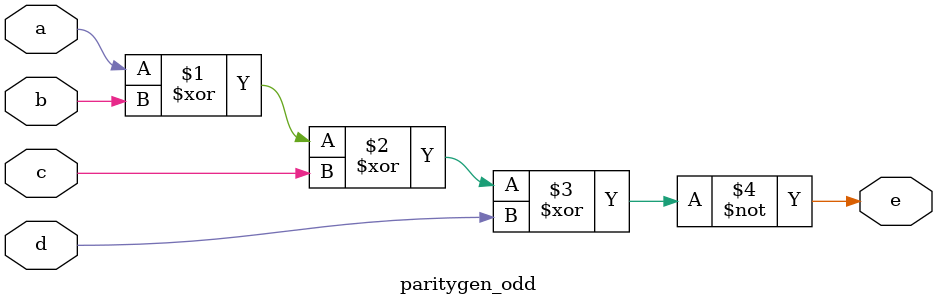
<source format=v>
`timescale 1ns / 1ps

module paritygen_odd(
  input a, b, c, d,
  output e
);

assign e = ~(a^b^c^d);

endmodule

</source>
